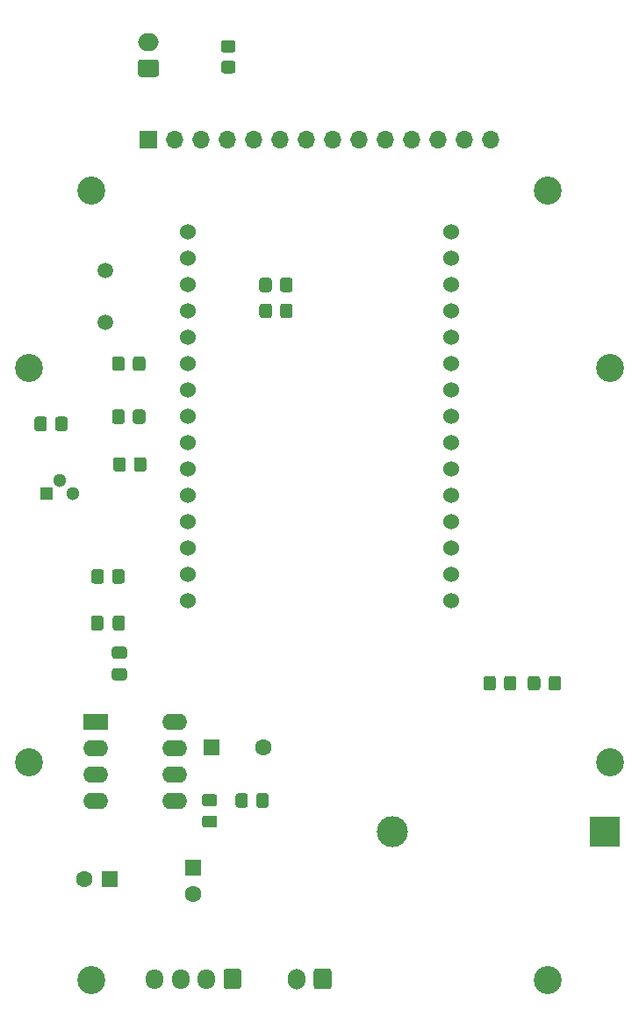
<source format=gbr>
%TF.GenerationSoftware,KiCad,Pcbnew,(5.1.8)-1*%
%TF.CreationDate,2022-11-15T12:17:50-08:00*%
%TF.ProjectId,RetroClock,52657472-6f43-46c6-9f63-6b2e6b696361,rev?*%
%TF.SameCoordinates,Original*%
%TF.FileFunction,Soldermask,Top*%
%TF.FilePolarity,Negative*%
%FSLAX46Y46*%
G04 Gerber Fmt 4.6, Leading zero omitted, Abs format (unit mm)*
G04 Created by KiCad (PCBNEW (5.1.8)-1) date 2022-11-15 12:17:50*
%MOMM*%
%LPD*%
G01*
G04 APERTURE LIST*
%ADD10C,1.524000*%
%ADD11R,3.000000X3.000000*%
%ADD12C,3.000000*%
%ADD13R,1.300000X1.300000*%
%ADD14C,1.300000*%
%ADD15C,1.498600*%
%ADD16C,1.600000*%
%ADD17R,1.600000X1.600000*%
%ADD18O,2.000000X1.700000*%
%ADD19O,1.700000X2.000000*%
%ADD20O,1.700000X1.950000*%
%ADD21C,2.700000*%
%ADD22O,2.400000X1.600000*%
%ADD23R,2.400000X1.600000*%
%ADD24O,1.700000X1.700000*%
%ADD25R,1.700000X1.700000*%
G04 APERTURE END LIST*
D10*
%TO.C,U2*%
X177700000Y-80900000D03*
X177700000Y-83440000D03*
X177700000Y-85980000D03*
X177700000Y-88520000D03*
X177700000Y-91060000D03*
X177700000Y-93600000D03*
X177700000Y-96140000D03*
X177700000Y-98680000D03*
X177700000Y-101220000D03*
X177700000Y-103760000D03*
X177700000Y-106300000D03*
X177700000Y-108840000D03*
X177700000Y-111380000D03*
X177700000Y-113920000D03*
X177700000Y-116460000D03*
X152300000Y-80900000D03*
X152300000Y-116460000D03*
X152300000Y-113920000D03*
X152300000Y-111380000D03*
X152300000Y-108840000D03*
X152300000Y-106300000D03*
X152300000Y-103760000D03*
X152300000Y-101220000D03*
X152300000Y-98680000D03*
X152300000Y-96140000D03*
X152300000Y-93600000D03*
X152300000Y-91060000D03*
X152300000Y-88520000D03*
X152300000Y-85980000D03*
X152300000Y-83440000D03*
%TD*%
D11*
%TO.C,BT1*%
X192500000Y-138700000D03*
D12*
X172010000Y-138700000D03*
%TD*%
%TO.C,C2*%
G36*
G01*
X146175000Y-122050000D02*
X145225000Y-122050000D01*
G75*
G02*
X144975000Y-121800000I0J250000D01*
G01*
X144975000Y-121125000D01*
G75*
G02*
X145225000Y-120875000I250000J0D01*
G01*
X146175000Y-120875000D01*
G75*
G02*
X146425000Y-121125000I0J-250000D01*
G01*
X146425000Y-121800000D01*
G75*
G02*
X146175000Y-122050000I-250000J0D01*
G01*
G37*
G36*
G01*
X146175000Y-124125000D02*
X145225000Y-124125000D01*
G75*
G02*
X144975000Y-123875000I0J250000D01*
G01*
X144975000Y-123200000D01*
G75*
G02*
X145225000Y-122950000I250000J0D01*
G01*
X146175000Y-122950000D01*
G75*
G02*
X146425000Y-123200000I0J-250000D01*
G01*
X146425000Y-123875000D01*
G75*
G02*
X146175000Y-124125000I-250000J0D01*
G01*
G37*
%TD*%
%TO.C,C6*%
G36*
G01*
X154875000Y-136250000D02*
X153925000Y-136250000D01*
G75*
G02*
X153675000Y-136000000I0J250000D01*
G01*
X153675000Y-135325000D01*
G75*
G02*
X153925000Y-135075000I250000J0D01*
G01*
X154875000Y-135075000D01*
G75*
G02*
X155125000Y-135325000I0J-250000D01*
G01*
X155125000Y-136000000D01*
G75*
G02*
X154875000Y-136250000I-250000J0D01*
G01*
G37*
G36*
G01*
X154875000Y-138325000D02*
X153925000Y-138325000D01*
G75*
G02*
X153675000Y-138075000I0J250000D01*
G01*
X153675000Y-137400000D01*
G75*
G02*
X153925000Y-137150000I250000J0D01*
G01*
X154875000Y-137150000D01*
G75*
G02*
X155125000Y-137400000I0J-250000D01*
G01*
X155125000Y-138075000D01*
G75*
G02*
X154875000Y-138325000I-250000J0D01*
G01*
G37*
%TD*%
%TO.C,C1*%
G36*
G01*
X144150000Y-118125000D02*
X144150000Y-119075000D01*
G75*
G02*
X143900000Y-119325000I-250000J0D01*
G01*
X143225000Y-119325000D01*
G75*
G02*
X142975000Y-119075000I0J250000D01*
G01*
X142975000Y-118125000D01*
G75*
G02*
X143225000Y-117875000I250000J0D01*
G01*
X143900000Y-117875000D01*
G75*
G02*
X144150000Y-118125000I0J-250000D01*
G01*
G37*
G36*
G01*
X146225000Y-118125000D02*
X146225000Y-119075000D01*
G75*
G02*
X145975000Y-119325000I-250000J0D01*
G01*
X145300000Y-119325000D01*
G75*
G02*
X145050000Y-119075000I0J250000D01*
G01*
X145050000Y-118125000D01*
G75*
G02*
X145300000Y-117875000I250000J0D01*
G01*
X145975000Y-117875000D01*
G75*
G02*
X146225000Y-118125000I0J-250000D01*
G01*
G37*
%TD*%
%TO.C,R11*%
G36*
G01*
X187100000Y-124850001D02*
X187100000Y-123949999D01*
G75*
G02*
X187349999Y-123700000I249999J0D01*
G01*
X188050001Y-123700000D01*
G75*
G02*
X188300000Y-123949999I0J-249999D01*
G01*
X188300000Y-124850001D01*
G75*
G02*
X188050001Y-125100000I-249999J0D01*
G01*
X187349999Y-125100000D01*
G75*
G02*
X187100000Y-124850001I0J249999D01*
G01*
G37*
G36*
G01*
X185100000Y-124850001D02*
X185100000Y-123949999D01*
G75*
G02*
X185349999Y-123700000I249999J0D01*
G01*
X186050001Y-123700000D01*
G75*
G02*
X186300000Y-123949999I0J-249999D01*
G01*
X186300000Y-124850001D01*
G75*
G02*
X186050001Y-125100000I-249999J0D01*
G01*
X185349999Y-125100000D01*
G75*
G02*
X185100000Y-124850001I0J249999D01*
G01*
G37*
%TD*%
%TO.C,R10*%
G36*
G01*
X145000000Y-114550001D02*
X145000000Y-113649999D01*
G75*
G02*
X145249999Y-113400000I249999J0D01*
G01*
X145950001Y-113400000D01*
G75*
G02*
X146200000Y-113649999I0J-249999D01*
G01*
X146200000Y-114550001D01*
G75*
G02*
X145950001Y-114800000I-249999J0D01*
G01*
X145249999Y-114800000D01*
G75*
G02*
X145000000Y-114550001I0J249999D01*
G01*
G37*
G36*
G01*
X143000000Y-114550001D02*
X143000000Y-113649999D01*
G75*
G02*
X143249999Y-113400000I249999J0D01*
G01*
X143950001Y-113400000D01*
G75*
G02*
X144200000Y-113649999I0J-249999D01*
G01*
X144200000Y-114550001D01*
G75*
G02*
X143950001Y-114800000I-249999J0D01*
G01*
X143249999Y-114800000D01*
G75*
G02*
X143000000Y-114550001I0J249999D01*
G01*
G37*
%TD*%
%TO.C,R9*%
G36*
G01*
X147100000Y-103750001D02*
X147100000Y-102849999D01*
G75*
G02*
X147349999Y-102600000I249999J0D01*
G01*
X148050001Y-102600000D01*
G75*
G02*
X148300000Y-102849999I0J-249999D01*
G01*
X148300000Y-103750001D01*
G75*
G02*
X148050001Y-104000000I-249999J0D01*
G01*
X147349999Y-104000000D01*
G75*
G02*
X147100000Y-103750001I0J249999D01*
G01*
G37*
G36*
G01*
X145100000Y-103750001D02*
X145100000Y-102849999D01*
G75*
G02*
X145349999Y-102600000I249999J0D01*
G01*
X146050001Y-102600000D01*
G75*
G02*
X146300000Y-102849999I0J-249999D01*
G01*
X146300000Y-103750001D01*
G75*
G02*
X146050001Y-104000000I-249999J0D01*
G01*
X145349999Y-104000000D01*
G75*
G02*
X145100000Y-103750001I0J249999D01*
G01*
G37*
%TD*%
%TO.C,R8*%
G36*
G01*
X146200000Y-98249999D02*
X146200000Y-99150001D01*
G75*
G02*
X145950001Y-99400000I-249999J0D01*
G01*
X145249999Y-99400000D01*
G75*
G02*
X145000000Y-99150001I0J249999D01*
G01*
X145000000Y-98249999D01*
G75*
G02*
X145249999Y-98000000I249999J0D01*
G01*
X145950001Y-98000000D01*
G75*
G02*
X146200000Y-98249999I0J-249999D01*
G01*
G37*
G36*
G01*
X148200000Y-98249999D02*
X148200000Y-99150001D01*
G75*
G02*
X147950001Y-99400000I-249999J0D01*
G01*
X147249999Y-99400000D01*
G75*
G02*
X147000000Y-99150001I0J249999D01*
G01*
X147000000Y-98249999D01*
G75*
G02*
X147249999Y-98000000I249999J0D01*
G01*
X147950001Y-98000000D01*
G75*
G02*
X148200000Y-98249999I0J-249999D01*
G01*
G37*
%TD*%
%TO.C,R7*%
G36*
G01*
X160400000Y-88049999D02*
X160400000Y-88950001D01*
G75*
G02*
X160150001Y-89200000I-249999J0D01*
G01*
X159449999Y-89200000D01*
G75*
G02*
X159200000Y-88950001I0J249999D01*
G01*
X159200000Y-88049999D01*
G75*
G02*
X159449999Y-87800000I249999J0D01*
G01*
X160150001Y-87800000D01*
G75*
G02*
X160400000Y-88049999I0J-249999D01*
G01*
G37*
G36*
G01*
X162400000Y-88049999D02*
X162400000Y-88950001D01*
G75*
G02*
X162150001Y-89200000I-249999J0D01*
G01*
X161449999Y-89200000D01*
G75*
G02*
X161200000Y-88950001I0J249999D01*
G01*
X161200000Y-88049999D01*
G75*
G02*
X161449999Y-87800000I249999J0D01*
G01*
X162150001Y-87800000D01*
G75*
G02*
X162400000Y-88049999I0J-249999D01*
G01*
G37*
%TD*%
%TO.C,R6*%
G36*
G01*
X182000000Y-123949999D02*
X182000000Y-124850001D01*
G75*
G02*
X181750001Y-125100000I-249999J0D01*
G01*
X181049999Y-125100000D01*
G75*
G02*
X180800000Y-124850001I0J249999D01*
G01*
X180800000Y-123949999D01*
G75*
G02*
X181049999Y-123700000I249999J0D01*
G01*
X181750001Y-123700000D01*
G75*
G02*
X182000000Y-123949999I0J-249999D01*
G01*
G37*
G36*
G01*
X184000000Y-123949999D02*
X184000000Y-124850001D01*
G75*
G02*
X183750001Y-125100000I-249999J0D01*
G01*
X183049999Y-125100000D01*
G75*
G02*
X182800000Y-124850001I0J249999D01*
G01*
X182800000Y-123949999D01*
G75*
G02*
X183049999Y-123700000I249999J0D01*
G01*
X183750001Y-123700000D01*
G75*
G02*
X184000000Y-123949999I0J-249999D01*
G01*
G37*
%TD*%
%TO.C,R5*%
G36*
G01*
X158900000Y-136150001D02*
X158900000Y-135249999D01*
G75*
G02*
X159149999Y-135000000I249999J0D01*
G01*
X159850001Y-135000000D01*
G75*
G02*
X160100000Y-135249999I0J-249999D01*
G01*
X160100000Y-136150001D01*
G75*
G02*
X159850001Y-136400000I-249999J0D01*
G01*
X159149999Y-136400000D01*
G75*
G02*
X158900000Y-136150001I0J249999D01*
G01*
G37*
G36*
G01*
X156900000Y-136150001D02*
X156900000Y-135249999D01*
G75*
G02*
X157149999Y-135000000I249999J0D01*
G01*
X157850001Y-135000000D01*
G75*
G02*
X158100000Y-135249999I0J-249999D01*
G01*
X158100000Y-136150001D01*
G75*
G02*
X157850001Y-136400000I-249999J0D01*
G01*
X157149999Y-136400000D01*
G75*
G02*
X156900000Y-136150001I0J249999D01*
G01*
G37*
%TD*%
%TO.C,R4*%
G36*
G01*
X138700000Y-98949999D02*
X138700000Y-99850001D01*
G75*
G02*
X138450001Y-100100000I-249999J0D01*
G01*
X137749999Y-100100000D01*
G75*
G02*
X137500000Y-99850001I0J249999D01*
G01*
X137500000Y-98949999D01*
G75*
G02*
X137749999Y-98700000I249999J0D01*
G01*
X138450001Y-98700000D01*
G75*
G02*
X138700000Y-98949999I0J-249999D01*
G01*
G37*
G36*
G01*
X140700000Y-98949999D02*
X140700000Y-99850001D01*
G75*
G02*
X140450001Y-100100000I-249999J0D01*
G01*
X139749999Y-100100000D01*
G75*
G02*
X139500000Y-99850001I0J249999D01*
G01*
X139500000Y-98949999D01*
G75*
G02*
X139749999Y-98700000I249999J0D01*
G01*
X140450001Y-98700000D01*
G75*
G02*
X140700000Y-98949999I0J-249999D01*
G01*
G37*
%TD*%
%TO.C,R3*%
G36*
G01*
X147000000Y-94050001D02*
X147000000Y-93149999D01*
G75*
G02*
X147249999Y-92900000I249999J0D01*
G01*
X147950001Y-92900000D01*
G75*
G02*
X148200000Y-93149999I0J-249999D01*
G01*
X148200000Y-94050001D01*
G75*
G02*
X147950001Y-94300000I-249999J0D01*
G01*
X147249999Y-94300000D01*
G75*
G02*
X147000000Y-94050001I0J249999D01*
G01*
G37*
G36*
G01*
X145000000Y-94050001D02*
X145000000Y-93149999D01*
G75*
G02*
X145249999Y-92900000I249999J0D01*
G01*
X145950001Y-92900000D01*
G75*
G02*
X146200000Y-93149999I0J-249999D01*
G01*
X146200000Y-94050001D01*
G75*
G02*
X145950001Y-94300000I-249999J0D01*
G01*
X145249999Y-94300000D01*
G75*
G02*
X145000000Y-94050001I0J249999D01*
G01*
G37*
%TD*%
%TO.C,R2*%
G36*
G01*
X156650001Y-63600000D02*
X155749999Y-63600000D01*
G75*
G02*
X155500000Y-63350001I0J249999D01*
G01*
X155500000Y-62649999D01*
G75*
G02*
X155749999Y-62400000I249999J0D01*
G01*
X156650001Y-62400000D01*
G75*
G02*
X156900000Y-62649999I0J-249999D01*
G01*
X156900000Y-63350001D01*
G75*
G02*
X156650001Y-63600000I-249999J0D01*
G01*
G37*
G36*
G01*
X156650001Y-65600000D02*
X155749999Y-65600000D01*
G75*
G02*
X155500000Y-65350001I0J249999D01*
G01*
X155500000Y-64649999D01*
G75*
G02*
X155749999Y-64400000I249999J0D01*
G01*
X156650001Y-64400000D01*
G75*
G02*
X156900000Y-64649999I0J-249999D01*
G01*
X156900000Y-65350001D01*
G75*
G02*
X156650001Y-65600000I-249999J0D01*
G01*
G37*
%TD*%
%TO.C,R1*%
G36*
G01*
X160400000Y-85549999D02*
X160400000Y-86450001D01*
G75*
G02*
X160150001Y-86700000I-249999J0D01*
G01*
X159449999Y-86700000D01*
G75*
G02*
X159200000Y-86450001I0J249999D01*
G01*
X159200000Y-85549999D01*
G75*
G02*
X159449999Y-85300000I249999J0D01*
G01*
X160150001Y-85300000D01*
G75*
G02*
X160400000Y-85549999I0J-249999D01*
G01*
G37*
G36*
G01*
X162400000Y-85549999D02*
X162400000Y-86450001D01*
G75*
G02*
X162150001Y-86700000I-249999J0D01*
G01*
X161449999Y-86700000D01*
G75*
G02*
X161200000Y-86450001I0J249999D01*
G01*
X161200000Y-85549999D01*
G75*
G02*
X161449999Y-85300000I249999J0D01*
G01*
X162150001Y-85300000D01*
G75*
G02*
X162400000Y-85549999I0J-249999D01*
G01*
G37*
%TD*%
D13*
%TO.C,Q1*%
X138700000Y-106100000D03*
D14*
X141240000Y-106100000D03*
X139970000Y-104830000D03*
%TD*%
D15*
%TO.C,SW1*%
X144300000Y-89603800D03*
X144300000Y-84600000D03*
%TD*%
D16*
%TO.C,C7*%
X152800000Y-144700000D03*
D17*
X152800000Y-142200000D03*
%TD*%
D18*
%TO.C,J4*%
X148500000Y-62600000D03*
G36*
G01*
X149250000Y-65950000D02*
X147750000Y-65950000D01*
G75*
G02*
X147500000Y-65700000I0J250000D01*
G01*
X147500000Y-64500000D01*
G75*
G02*
X147750000Y-64250000I250000J0D01*
G01*
X149250000Y-64250000D01*
G75*
G02*
X149500000Y-64500000I0J-250000D01*
G01*
X149500000Y-65700000D01*
G75*
G02*
X149250000Y-65950000I-250000J0D01*
G01*
G37*
%TD*%
D19*
%TO.C,J3*%
X162800000Y-152900000D03*
G36*
G01*
X166150000Y-152150000D02*
X166150000Y-153650000D01*
G75*
G02*
X165900000Y-153900000I-250000J0D01*
G01*
X164700000Y-153900000D01*
G75*
G02*
X164450000Y-153650000I0J250000D01*
G01*
X164450000Y-152150000D01*
G75*
G02*
X164700000Y-151900000I250000J0D01*
G01*
X165900000Y-151900000D01*
G75*
G02*
X166150000Y-152150000I0J-250000D01*
G01*
G37*
%TD*%
D20*
%TO.C,J2*%
X149100000Y-152900000D03*
X151600000Y-152900000D03*
X154100000Y-152900000D03*
G36*
G01*
X157450000Y-152175000D02*
X157450000Y-153625000D01*
G75*
G02*
X157200000Y-153875000I-250000J0D01*
G01*
X156000000Y-153875000D01*
G75*
G02*
X155750000Y-153625000I0J250000D01*
G01*
X155750000Y-152175000D01*
G75*
G02*
X156000000Y-151925000I250000J0D01*
G01*
X157200000Y-151925000D01*
G75*
G02*
X157450000Y-152175000I0J-250000D01*
G01*
G37*
%TD*%
D21*
%TO.C,H8*%
X193000000Y-132000000D03*
%TD*%
%TO.C,H7*%
X193000000Y-94000000D03*
%TD*%
%TO.C,H6*%
X137000000Y-132000000D03*
%TD*%
%TO.C,H5*%
X137000000Y-94000000D03*
%TD*%
D22*
%TO.C,U1*%
X151020000Y-128100000D03*
X143400000Y-135720000D03*
X151020000Y-130640000D03*
X143400000Y-133180000D03*
X151020000Y-133180000D03*
X143400000Y-130640000D03*
X151020000Y-135720000D03*
D23*
X143400000Y-128100000D03*
%TD*%
D24*
%TO.C,J1*%
X181520000Y-72000000D03*
X178980000Y-72000000D03*
X176440000Y-72000000D03*
X173900000Y-72000000D03*
X171360000Y-72000000D03*
X168820000Y-72000000D03*
X166280000Y-72000000D03*
X163740000Y-72000000D03*
X161200000Y-72000000D03*
X158660000Y-72000000D03*
X156120000Y-72000000D03*
X153580000Y-72000000D03*
X151040000Y-72000000D03*
D25*
X148500000Y-72000000D03*
%TD*%
D21*
%TO.C,H4*%
X187000000Y-76900000D03*
%TD*%
%TO.C,H3*%
X187000000Y-153000000D03*
%TD*%
%TO.C,H2*%
X143000000Y-76900000D03*
%TD*%
%TO.C,H1*%
X143000000Y-153000000D03*
%TD*%
D16*
%TO.C,C5*%
X159600000Y-130600000D03*
D17*
X154600000Y-130600000D03*
%TD*%
D16*
%TO.C,C3*%
X142300000Y-143300000D03*
D17*
X144800000Y-143300000D03*
%TD*%
M02*

</source>
